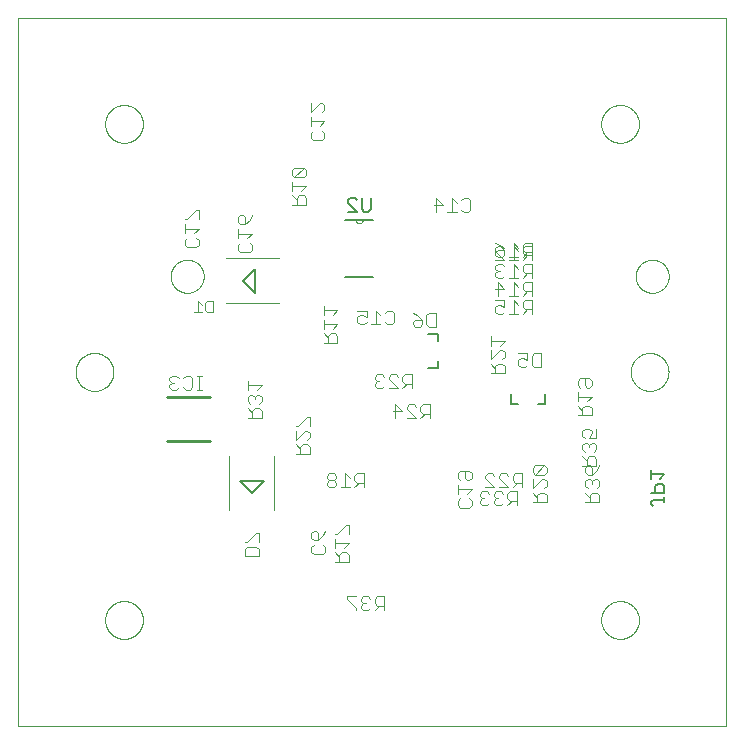
<source format=gbo>
G75*
%MOIN*%
%OFA0B0*%
%FSLAX25Y25*%
%IPPOS*%
%LPD*%
%AMOC8*
5,1,8,0,0,1.08239X$1,22.5*
%
%ADD10C,0.00000*%
%ADD11C,0.00400*%
%ADD12C,0.00800*%
%ADD13C,0.00300*%
%ADD14C,0.00600*%
%ADD15C,0.00500*%
%ADD16C,0.01000*%
D10*
X0001000Y0001000D02*
X0001000Y0237220D01*
X0237220Y0237220D01*
X0237220Y0001000D01*
X0001000Y0001000D01*
X0030134Y0036433D02*
X0030136Y0036591D01*
X0030142Y0036749D01*
X0030152Y0036907D01*
X0030166Y0037065D01*
X0030184Y0037222D01*
X0030205Y0037379D01*
X0030231Y0037535D01*
X0030261Y0037691D01*
X0030294Y0037846D01*
X0030332Y0037999D01*
X0030373Y0038152D01*
X0030418Y0038304D01*
X0030467Y0038455D01*
X0030520Y0038604D01*
X0030576Y0038752D01*
X0030636Y0038898D01*
X0030700Y0039043D01*
X0030768Y0039186D01*
X0030839Y0039328D01*
X0030913Y0039468D01*
X0030991Y0039605D01*
X0031073Y0039741D01*
X0031157Y0039875D01*
X0031246Y0040006D01*
X0031337Y0040135D01*
X0031432Y0040262D01*
X0031529Y0040387D01*
X0031630Y0040509D01*
X0031734Y0040628D01*
X0031841Y0040745D01*
X0031951Y0040859D01*
X0032064Y0040970D01*
X0032179Y0041079D01*
X0032297Y0041184D01*
X0032418Y0041286D01*
X0032541Y0041386D01*
X0032667Y0041482D01*
X0032795Y0041575D01*
X0032925Y0041665D01*
X0033058Y0041751D01*
X0033193Y0041835D01*
X0033329Y0041914D01*
X0033468Y0041991D01*
X0033609Y0042063D01*
X0033751Y0042133D01*
X0033895Y0042198D01*
X0034041Y0042260D01*
X0034188Y0042318D01*
X0034337Y0042373D01*
X0034487Y0042424D01*
X0034638Y0042471D01*
X0034790Y0042514D01*
X0034943Y0042553D01*
X0035098Y0042589D01*
X0035253Y0042620D01*
X0035409Y0042648D01*
X0035565Y0042672D01*
X0035722Y0042692D01*
X0035880Y0042708D01*
X0036037Y0042720D01*
X0036196Y0042728D01*
X0036354Y0042732D01*
X0036512Y0042732D01*
X0036670Y0042728D01*
X0036829Y0042720D01*
X0036986Y0042708D01*
X0037144Y0042692D01*
X0037301Y0042672D01*
X0037457Y0042648D01*
X0037613Y0042620D01*
X0037768Y0042589D01*
X0037923Y0042553D01*
X0038076Y0042514D01*
X0038228Y0042471D01*
X0038379Y0042424D01*
X0038529Y0042373D01*
X0038678Y0042318D01*
X0038825Y0042260D01*
X0038971Y0042198D01*
X0039115Y0042133D01*
X0039257Y0042063D01*
X0039398Y0041991D01*
X0039537Y0041914D01*
X0039673Y0041835D01*
X0039808Y0041751D01*
X0039941Y0041665D01*
X0040071Y0041575D01*
X0040199Y0041482D01*
X0040325Y0041386D01*
X0040448Y0041286D01*
X0040569Y0041184D01*
X0040687Y0041079D01*
X0040802Y0040970D01*
X0040915Y0040859D01*
X0041025Y0040745D01*
X0041132Y0040628D01*
X0041236Y0040509D01*
X0041337Y0040387D01*
X0041434Y0040262D01*
X0041529Y0040135D01*
X0041620Y0040006D01*
X0041709Y0039875D01*
X0041793Y0039741D01*
X0041875Y0039605D01*
X0041953Y0039468D01*
X0042027Y0039328D01*
X0042098Y0039186D01*
X0042166Y0039043D01*
X0042230Y0038898D01*
X0042290Y0038752D01*
X0042346Y0038604D01*
X0042399Y0038455D01*
X0042448Y0038304D01*
X0042493Y0038152D01*
X0042534Y0037999D01*
X0042572Y0037846D01*
X0042605Y0037691D01*
X0042635Y0037535D01*
X0042661Y0037379D01*
X0042682Y0037222D01*
X0042700Y0037065D01*
X0042714Y0036907D01*
X0042724Y0036749D01*
X0042730Y0036591D01*
X0042732Y0036433D01*
X0042730Y0036275D01*
X0042724Y0036117D01*
X0042714Y0035959D01*
X0042700Y0035801D01*
X0042682Y0035644D01*
X0042661Y0035487D01*
X0042635Y0035331D01*
X0042605Y0035175D01*
X0042572Y0035020D01*
X0042534Y0034867D01*
X0042493Y0034714D01*
X0042448Y0034562D01*
X0042399Y0034411D01*
X0042346Y0034262D01*
X0042290Y0034114D01*
X0042230Y0033968D01*
X0042166Y0033823D01*
X0042098Y0033680D01*
X0042027Y0033538D01*
X0041953Y0033398D01*
X0041875Y0033261D01*
X0041793Y0033125D01*
X0041709Y0032991D01*
X0041620Y0032860D01*
X0041529Y0032731D01*
X0041434Y0032604D01*
X0041337Y0032479D01*
X0041236Y0032357D01*
X0041132Y0032238D01*
X0041025Y0032121D01*
X0040915Y0032007D01*
X0040802Y0031896D01*
X0040687Y0031787D01*
X0040569Y0031682D01*
X0040448Y0031580D01*
X0040325Y0031480D01*
X0040199Y0031384D01*
X0040071Y0031291D01*
X0039941Y0031201D01*
X0039808Y0031115D01*
X0039673Y0031031D01*
X0039537Y0030952D01*
X0039398Y0030875D01*
X0039257Y0030803D01*
X0039115Y0030733D01*
X0038971Y0030668D01*
X0038825Y0030606D01*
X0038678Y0030548D01*
X0038529Y0030493D01*
X0038379Y0030442D01*
X0038228Y0030395D01*
X0038076Y0030352D01*
X0037923Y0030313D01*
X0037768Y0030277D01*
X0037613Y0030246D01*
X0037457Y0030218D01*
X0037301Y0030194D01*
X0037144Y0030174D01*
X0036986Y0030158D01*
X0036829Y0030146D01*
X0036670Y0030138D01*
X0036512Y0030134D01*
X0036354Y0030134D01*
X0036196Y0030138D01*
X0036037Y0030146D01*
X0035880Y0030158D01*
X0035722Y0030174D01*
X0035565Y0030194D01*
X0035409Y0030218D01*
X0035253Y0030246D01*
X0035098Y0030277D01*
X0034943Y0030313D01*
X0034790Y0030352D01*
X0034638Y0030395D01*
X0034487Y0030442D01*
X0034337Y0030493D01*
X0034188Y0030548D01*
X0034041Y0030606D01*
X0033895Y0030668D01*
X0033751Y0030733D01*
X0033609Y0030803D01*
X0033468Y0030875D01*
X0033329Y0030952D01*
X0033193Y0031031D01*
X0033058Y0031115D01*
X0032925Y0031201D01*
X0032795Y0031291D01*
X0032667Y0031384D01*
X0032541Y0031480D01*
X0032418Y0031580D01*
X0032297Y0031682D01*
X0032179Y0031787D01*
X0032064Y0031896D01*
X0031951Y0032007D01*
X0031841Y0032121D01*
X0031734Y0032238D01*
X0031630Y0032357D01*
X0031529Y0032479D01*
X0031432Y0032604D01*
X0031337Y0032731D01*
X0031246Y0032860D01*
X0031157Y0032991D01*
X0031073Y0033125D01*
X0030991Y0033261D01*
X0030913Y0033398D01*
X0030839Y0033538D01*
X0030768Y0033680D01*
X0030700Y0033823D01*
X0030636Y0033968D01*
X0030576Y0034114D01*
X0030520Y0034262D01*
X0030467Y0034411D01*
X0030418Y0034562D01*
X0030373Y0034714D01*
X0030332Y0034867D01*
X0030294Y0035020D01*
X0030261Y0035175D01*
X0030231Y0035331D01*
X0030205Y0035487D01*
X0030184Y0035644D01*
X0030166Y0035801D01*
X0030152Y0035959D01*
X0030142Y0036117D01*
X0030136Y0036275D01*
X0030134Y0036433D01*
X0020292Y0119110D02*
X0020294Y0119268D01*
X0020300Y0119426D01*
X0020310Y0119584D01*
X0020324Y0119742D01*
X0020342Y0119899D01*
X0020363Y0120056D01*
X0020389Y0120212D01*
X0020419Y0120368D01*
X0020452Y0120523D01*
X0020490Y0120676D01*
X0020531Y0120829D01*
X0020576Y0120981D01*
X0020625Y0121132D01*
X0020678Y0121281D01*
X0020734Y0121429D01*
X0020794Y0121575D01*
X0020858Y0121720D01*
X0020926Y0121863D01*
X0020997Y0122005D01*
X0021071Y0122145D01*
X0021149Y0122282D01*
X0021231Y0122418D01*
X0021315Y0122552D01*
X0021404Y0122683D01*
X0021495Y0122812D01*
X0021590Y0122939D01*
X0021687Y0123064D01*
X0021788Y0123186D01*
X0021892Y0123305D01*
X0021999Y0123422D01*
X0022109Y0123536D01*
X0022222Y0123647D01*
X0022337Y0123756D01*
X0022455Y0123861D01*
X0022576Y0123963D01*
X0022699Y0124063D01*
X0022825Y0124159D01*
X0022953Y0124252D01*
X0023083Y0124342D01*
X0023216Y0124428D01*
X0023351Y0124512D01*
X0023487Y0124591D01*
X0023626Y0124668D01*
X0023767Y0124740D01*
X0023909Y0124810D01*
X0024053Y0124875D01*
X0024199Y0124937D01*
X0024346Y0124995D01*
X0024495Y0125050D01*
X0024645Y0125101D01*
X0024796Y0125148D01*
X0024948Y0125191D01*
X0025101Y0125230D01*
X0025256Y0125266D01*
X0025411Y0125297D01*
X0025567Y0125325D01*
X0025723Y0125349D01*
X0025880Y0125369D01*
X0026038Y0125385D01*
X0026195Y0125397D01*
X0026354Y0125405D01*
X0026512Y0125409D01*
X0026670Y0125409D01*
X0026828Y0125405D01*
X0026987Y0125397D01*
X0027144Y0125385D01*
X0027302Y0125369D01*
X0027459Y0125349D01*
X0027615Y0125325D01*
X0027771Y0125297D01*
X0027926Y0125266D01*
X0028081Y0125230D01*
X0028234Y0125191D01*
X0028386Y0125148D01*
X0028537Y0125101D01*
X0028687Y0125050D01*
X0028836Y0124995D01*
X0028983Y0124937D01*
X0029129Y0124875D01*
X0029273Y0124810D01*
X0029415Y0124740D01*
X0029556Y0124668D01*
X0029695Y0124591D01*
X0029831Y0124512D01*
X0029966Y0124428D01*
X0030099Y0124342D01*
X0030229Y0124252D01*
X0030357Y0124159D01*
X0030483Y0124063D01*
X0030606Y0123963D01*
X0030727Y0123861D01*
X0030845Y0123756D01*
X0030960Y0123647D01*
X0031073Y0123536D01*
X0031183Y0123422D01*
X0031290Y0123305D01*
X0031394Y0123186D01*
X0031495Y0123064D01*
X0031592Y0122939D01*
X0031687Y0122812D01*
X0031778Y0122683D01*
X0031867Y0122552D01*
X0031951Y0122418D01*
X0032033Y0122282D01*
X0032111Y0122145D01*
X0032185Y0122005D01*
X0032256Y0121863D01*
X0032324Y0121720D01*
X0032388Y0121575D01*
X0032448Y0121429D01*
X0032504Y0121281D01*
X0032557Y0121132D01*
X0032606Y0120981D01*
X0032651Y0120829D01*
X0032692Y0120676D01*
X0032730Y0120523D01*
X0032763Y0120368D01*
X0032793Y0120212D01*
X0032819Y0120056D01*
X0032840Y0119899D01*
X0032858Y0119742D01*
X0032872Y0119584D01*
X0032882Y0119426D01*
X0032888Y0119268D01*
X0032890Y0119110D01*
X0032888Y0118952D01*
X0032882Y0118794D01*
X0032872Y0118636D01*
X0032858Y0118478D01*
X0032840Y0118321D01*
X0032819Y0118164D01*
X0032793Y0118008D01*
X0032763Y0117852D01*
X0032730Y0117697D01*
X0032692Y0117544D01*
X0032651Y0117391D01*
X0032606Y0117239D01*
X0032557Y0117088D01*
X0032504Y0116939D01*
X0032448Y0116791D01*
X0032388Y0116645D01*
X0032324Y0116500D01*
X0032256Y0116357D01*
X0032185Y0116215D01*
X0032111Y0116075D01*
X0032033Y0115938D01*
X0031951Y0115802D01*
X0031867Y0115668D01*
X0031778Y0115537D01*
X0031687Y0115408D01*
X0031592Y0115281D01*
X0031495Y0115156D01*
X0031394Y0115034D01*
X0031290Y0114915D01*
X0031183Y0114798D01*
X0031073Y0114684D01*
X0030960Y0114573D01*
X0030845Y0114464D01*
X0030727Y0114359D01*
X0030606Y0114257D01*
X0030483Y0114157D01*
X0030357Y0114061D01*
X0030229Y0113968D01*
X0030099Y0113878D01*
X0029966Y0113792D01*
X0029831Y0113708D01*
X0029695Y0113629D01*
X0029556Y0113552D01*
X0029415Y0113480D01*
X0029273Y0113410D01*
X0029129Y0113345D01*
X0028983Y0113283D01*
X0028836Y0113225D01*
X0028687Y0113170D01*
X0028537Y0113119D01*
X0028386Y0113072D01*
X0028234Y0113029D01*
X0028081Y0112990D01*
X0027926Y0112954D01*
X0027771Y0112923D01*
X0027615Y0112895D01*
X0027459Y0112871D01*
X0027302Y0112851D01*
X0027144Y0112835D01*
X0026987Y0112823D01*
X0026828Y0112815D01*
X0026670Y0112811D01*
X0026512Y0112811D01*
X0026354Y0112815D01*
X0026195Y0112823D01*
X0026038Y0112835D01*
X0025880Y0112851D01*
X0025723Y0112871D01*
X0025567Y0112895D01*
X0025411Y0112923D01*
X0025256Y0112954D01*
X0025101Y0112990D01*
X0024948Y0113029D01*
X0024796Y0113072D01*
X0024645Y0113119D01*
X0024495Y0113170D01*
X0024346Y0113225D01*
X0024199Y0113283D01*
X0024053Y0113345D01*
X0023909Y0113410D01*
X0023767Y0113480D01*
X0023626Y0113552D01*
X0023487Y0113629D01*
X0023351Y0113708D01*
X0023216Y0113792D01*
X0023083Y0113878D01*
X0022953Y0113968D01*
X0022825Y0114061D01*
X0022699Y0114157D01*
X0022576Y0114257D01*
X0022455Y0114359D01*
X0022337Y0114464D01*
X0022222Y0114573D01*
X0022109Y0114684D01*
X0021999Y0114798D01*
X0021892Y0114915D01*
X0021788Y0115034D01*
X0021687Y0115156D01*
X0021590Y0115281D01*
X0021495Y0115408D01*
X0021404Y0115537D01*
X0021315Y0115668D01*
X0021231Y0115802D01*
X0021149Y0115938D01*
X0021071Y0116075D01*
X0020997Y0116215D01*
X0020926Y0116357D01*
X0020858Y0116500D01*
X0020794Y0116645D01*
X0020734Y0116791D01*
X0020678Y0116939D01*
X0020625Y0117088D01*
X0020576Y0117239D01*
X0020531Y0117391D01*
X0020490Y0117544D01*
X0020452Y0117697D01*
X0020419Y0117852D01*
X0020389Y0118008D01*
X0020363Y0118164D01*
X0020342Y0118321D01*
X0020324Y0118478D01*
X0020310Y0118636D01*
X0020300Y0118794D01*
X0020294Y0118952D01*
X0020292Y0119110D01*
X0051988Y0151000D02*
X0051990Y0151148D01*
X0051996Y0151296D01*
X0052006Y0151444D01*
X0052020Y0151591D01*
X0052038Y0151738D01*
X0052059Y0151884D01*
X0052085Y0152030D01*
X0052115Y0152175D01*
X0052148Y0152319D01*
X0052186Y0152462D01*
X0052227Y0152604D01*
X0052272Y0152745D01*
X0052320Y0152885D01*
X0052373Y0153024D01*
X0052429Y0153161D01*
X0052489Y0153296D01*
X0052552Y0153430D01*
X0052619Y0153562D01*
X0052690Y0153692D01*
X0052764Y0153820D01*
X0052841Y0153946D01*
X0052922Y0154070D01*
X0053006Y0154192D01*
X0053093Y0154311D01*
X0053184Y0154428D01*
X0053278Y0154543D01*
X0053374Y0154655D01*
X0053474Y0154765D01*
X0053576Y0154871D01*
X0053682Y0154975D01*
X0053790Y0155076D01*
X0053901Y0155174D01*
X0054014Y0155270D01*
X0054130Y0155362D01*
X0054248Y0155451D01*
X0054369Y0155536D01*
X0054492Y0155619D01*
X0054617Y0155698D01*
X0054744Y0155774D01*
X0054873Y0155846D01*
X0055004Y0155915D01*
X0055137Y0155980D01*
X0055272Y0156041D01*
X0055408Y0156099D01*
X0055545Y0156154D01*
X0055684Y0156204D01*
X0055825Y0156251D01*
X0055966Y0156294D01*
X0056109Y0156334D01*
X0056253Y0156369D01*
X0056397Y0156401D01*
X0056543Y0156428D01*
X0056689Y0156452D01*
X0056836Y0156472D01*
X0056983Y0156488D01*
X0057130Y0156500D01*
X0057278Y0156508D01*
X0057426Y0156512D01*
X0057574Y0156512D01*
X0057722Y0156508D01*
X0057870Y0156500D01*
X0058017Y0156488D01*
X0058164Y0156472D01*
X0058311Y0156452D01*
X0058457Y0156428D01*
X0058603Y0156401D01*
X0058747Y0156369D01*
X0058891Y0156334D01*
X0059034Y0156294D01*
X0059175Y0156251D01*
X0059316Y0156204D01*
X0059455Y0156154D01*
X0059592Y0156099D01*
X0059728Y0156041D01*
X0059863Y0155980D01*
X0059996Y0155915D01*
X0060127Y0155846D01*
X0060256Y0155774D01*
X0060383Y0155698D01*
X0060508Y0155619D01*
X0060631Y0155536D01*
X0060752Y0155451D01*
X0060870Y0155362D01*
X0060986Y0155270D01*
X0061099Y0155174D01*
X0061210Y0155076D01*
X0061318Y0154975D01*
X0061424Y0154871D01*
X0061526Y0154765D01*
X0061626Y0154655D01*
X0061722Y0154543D01*
X0061816Y0154428D01*
X0061907Y0154311D01*
X0061994Y0154192D01*
X0062078Y0154070D01*
X0062159Y0153946D01*
X0062236Y0153820D01*
X0062310Y0153692D01*
X0062381Y0153562D01*
X0062448Y0153430D01*
X0062511Y0153296D01*
X0062571Y0153161D01*
X0062627Y0153024D01*
X0062680Y0152885D01*
X0062728Y0152745D01*
X0062773Y0152604D01*
X0062814Y0152462D01*
X0062852Y0152319D01*
X0062885Y0152175D01*
X0062915Y0152030D01*
X0062941Y0151884D01*
X0062962Y0151738D01*
X0062980Y0151591D01*
X0062994Y0151444D01*
X0063004Y0151296D01*
X0063010Y0151148D01*
X0063012Y0151000D01*
X0063010Y0150852D01*
X0063004Y0150704D01*
X0062994Y0150556D01*
X0062980Y0150409D01*
X0062962Y0150262D01*
X0062941Y0150116D01*
X0062915Y0149970D01*
X0062885Y0149825D01*
X0062852Y0149681D01*
X0062814Y0149538D01*
X0062773Y0149396D01*
X0062728Y0149255D01*
X0062680Y0149115D01*
X0062627Y0148976D01*
X0062571Y0148839D01*
X0062511Y0148704D01*
X0062448Y0148570D01*
X0062381Y0148438D01*
X0062310Y0148308D01*
X0062236Y0148180D01*
X0062159Y0148054D01*
X0062078Y0147930D01*
X0061994Y0147808D01*
X0061907Y0147689D01*
X0061816Y0147572D01*
X0061722Y0147457D01*
X0061626Y0147345D01*
X0061526Y0147235D01*
X0061424Y0147129D01*
X0061318Y0147025D01*
X0061210Y0146924D01*
X0061099Y0146826D01*
X0060986Y0146730D01*
X0060870Y0146638D01*
X0060752Y0146549D01*
X0060631Y0146464D01*
X0060508Y0146381D01*
X0060383Y0146302D01*
X0060256Y0146226D01*
X0060127Y0146154D01*
X0059996Y0146085D01*
X0059863Y0146020D01*
X0059728Y0145959D01*
X0059592Y0145901D01*
X0059455Y0145846D01*
X0059316Y0145796D01*
X0059175Y0145749D01*
X0059034Y0145706D01*
X0058891Y0145666D01*
X0058747Y0145631D01*
X0058603Y0145599D01*
X0058457Y0145572D01*
X0058311Y0145548D01*
X0058164Y0145528D01*
X0058017Y0145512D01*
X0057870Y0145500D01*
X0057722Y0145492D01*
X0057574Y0145488D01*
X0057426Y0145488D01*
X0057278Y0145492D01*
X0057130Y0145500D01*
X0056983Y0145512D01*
X0056836Y0145528D01*
X0056689Y0145548D01*
X0056543Y0145572D01*
X0056397Y0145599D01*
X0056253Y0145631D01*
X0056109Y0145666D01*
X0055966Y0145706D01*
X0055825Y0145749D01*
X0055684Y0145796D01*
X0055545Y0145846D01*
X0055408Y0145901D01*
X0055272Y0145959D01*
X0055137Y0146020D01*
X0055004Y0146085D01*
X0054873Y0146154D01*
X0054744Y0146226D01*
X0054617Y0146302D01*
X0054492Y0146381D01*
X0054369Y0146464D01*
X0054248Y0146549D01*
X0054130Y0146638D01*
X0054014Y0146730D01*
X0053901Y0146826D01*
X0053790Y0146924D01*
X0053682Y0147025D01*
X0053576Y0147129D01*
X0053474Y0147235D01*
X0053374Y0147345D01*
X0053278Y0147457D01*
X0053184Y0147572D01*
X0053093Y0147689D01*
X0053006Y0147808D01*
X0052922Y0147930D01*
X0052841Y0148054D01*
X0052764Y0148180D01*
X0052690Y0148308D01*
X0052619Y0148438D01*
X0052552Y0148570D01*
X0052489Y0148704D01*
X0052429Y0148839D01*
X0052373Y0148976D01*
X0052320Y0149115D01*
X0052272Y0149255D01*
X0052227Y0149396D01*
X0052186Y0149538D01*
X0052148Y0149681D01*
X0052115Y0149825D01*
X0052085Y0149970D01*
X0052059Y0150116D01*
X0052038Y0150262D01*
X0052020Y0150409D01*
X0052006Y0150556D01*
X0051996Y0150704D01*
X0051990Y0150852D01*
X0051988Y0151000D01*
X0030134Y0201787D02*
X0030136Y0201945D01*
X0030142Y0202103D01*
X0030152Y0202261D01*
X0030166Y0202419D01*
X0030184Y0202576D01*
X0030205Y0202733D01*
X0030231Y0202889D01*
X0030261Y0203045D01*
X0030294Y0203200D01*
X0030332Y0203353D01*
X0030373Y0203506D01*
X0030418Y0203658D01*
X0030467Y0203809D01*
X0030520Y0203958D01*
X0030576Y0204106D01*
X0030636Y0204252D01*
X0030700Y0204397D01*
X0030768Y0204540D01*
X0030839Y0204682D01*
X0030913Y0204822D01*
X0030991Y0204959D01*
X0031073Y0205095D01*
X0031157Y0205229D01*
X0031246Y0205360D01*
X0031337Y0205489D01*
X0031432Y0205616D01*
X0031529Y0205741D01*
X0031630Y0205863D01*
X0031734Y0205982D01*
X0031841Y0206099D01*
X0031951Y0206213D01*
X0032064Y0206324D01*
X0032179Y0206433D01*
X0032297Y0206538D01*
X0032418Y0206640D01*
X0032541Y0206740D01*
X0032667Y0206836D01*
X0032795Y0206929D01*
X0032925Y0207019D01*
X0033058Y0207105D01*
X0033193Y0207189D01*
X0033329Y0207268D01*
X0033468Y0207345D01*
X0033609Y0207417D01*
X0033751Y0207487D01*
X0033895Y0207552D01*
X0034041Y0207614D01*
X0034188Y0207672D01*
X0034337Y0207727D01*
X0034487Y0207778D01*
X0034638Y0207825D01*
X0034790Y0207868D01*
X0034943Y0207907D01*
X0035098Y0207943D01*
X0035253Y0207974D01*
X0035409Y0208002D01*
X0035565Y0208026D01*
X0035722Y0208046D01*
X0035880Y0208062D01*
X0036037Y0208074D01*
X0036196Y0208082D01*
X0036354Y0208086D01*
X0036512Y0208086D01*
X0036670Y0208082D01*
X0036829Y0208074D01*
X0036986Y0208062D01*
X0037144Y0208046D01*
X0037301Y0208026D01*
X0037457Y0208002D01*
X0037613Y0207974D01*
X0037768Y0207943D01*
X0037923Y0207907D01*
X0038076Y0207868D01*
X0038228Y0207825D01*
X0038379Y0207778D01*
X0038529Y0207727D01*
X0038678Y0207672D01*
X0038825Y0207614D01*
X0038971Y0207552D01*
X0039115Y0207487D01*
X0039257Y0207417D01*
X0039398Y0207345D01*
X0039537Y0207268D01*
X0039673Y0207189D01*
X0039808Y0207105D01*
X0039941Y0207019D01*
X0040071Y0206929D01*
X0040199Y0206836D01*
X0040325Y0206740D01*
X0040448Y0206640D01*
X0040569Y0206538D01*
X0040687Y0206433D01*
X0040802Y0206324D01*
X0040915Y0206213D01*
X0041025Y0206099D01*
X0041132Y0205982D01*
X0041236Y0205863D01*
X0041337Y0205741D01*
X0041434Y0205616D01*
X0041529Y0205489D01*
X0041620Y0205360D01*
X0041709Y0205229D01*
X0041793Y0205095D01*
X0041875Y0204959D01*
X0041953Y0204822D01*
X0042027Y0204682D01*
X0042098Y0204540D01*
X0042166Y0204397D01*
X0042230Y0204252D01*
X0042290Y0204106D01*
X0042346Y0203958D01*
X0042399Y0203809D01*
X0042448Y0203658D01*
X0042493Y0203506D01*
X0042534Y0203353D01*
X0042572Y0203200D01*
X0042605Y0203045D01*
X0042635Y0202889D01*
X0042661Y0202733D01*
X0042682Y0202576D01*
X0042700Y0202419D01*
X0042714Y0202261D01*
X0042724Y0202103D01*
X0042730Y0201945D01*
X0042732Y0201787D01*
X0042730Y0201629D01*
X0042724Y0201471D01*
X0042714Y0201313D01*
X0042700Y0201155D01*
X0042682Y0200998D01*
X0042661Y0200841D01*
X0042635Y0200685D01*
X0042605Y0200529D01*
X0042572Y0200374D01*
X0042534Y0200221D01*
X0042493Y0200068D01*
X0042448Y0199916D01*
X0042399Y0199765D01*
X0042346Y0199616D01*
X0042290Y0199468D01*
X0042230Y0199322D01*
X0042166Y0199177D01*
X0042098Y0199034D01*
X0042027Y0198892D01*
X0041953Y0198752D01*
X0041875Y0198615D01*
X0041793Y0198479D01*
X0041709Y0198345D01*
X0041620Y0198214D01*
X0041529Y0198085D01*
X0041434Y0197958D01*
X0041337Y0197833D01*
X0041236Y0197711D01*
X0041132Y0197592D01*
X0041025Y0197475D01*
X0040915Y0197361D01*
X0040802Y0197250D01*
X0040687Y0197141D01*
X0040569Y0197036D01*
X0040448Y0196934D01*
X0040325Y0196834D01*
X0040199Y0196738D01*
X0040071Y0196645D01*
X0039941Y0196555D01*
X0039808Y0196469D01*
X0039673Y0196385D01*
X0039537Y0196306D01*
X0039398Y0196229D01*
X0039257Y0196157D01*
X0039115Y0196087D01*
X0038971Y0196022D01*
X0038825Y0195960D01*
X0038678Y0195902D01*
X0038529Y0195847D01*
X0038379Y0195796D01*
X0038228Y0195749D01*
X0038076Y0195706D01*
X0037923Y0195667D01*
X0037768Y0195631D01*
X0037613Y0195600D01*
X0037457Y0195572D01*
X0037301Y0195548D01*
X0037144Y0195528D01*
X0036986Y0195512D01*
X0036829Y0195500D01*
X0036670Y0195492D01*
X0036512Y0195488D01*
X0036354Y0195488D01*
X0036196Y0195492D01*
X0036037Y0195500D01*
X0035880Y0195512D01*
X0035722Y0195528D01*
X0035565Y0195548D01*
X0035409Y0195572D01*
X0035253Y0195600D01*
X0035098Y0195631D01*
X0034943Y0195667D01*
X0034790Y0195706D01*
X0034638Y0195749D01*
X0034487Y0195796D01*
X0034337Y0195847D01*
X0034188Y0195902D01*
X0034041Y0195960D01*
X0033895Y0196022D01*
X0033751Y0196087D01*
X0033609Y0196157D01*
X0033468Y0196229D01*
X0033329Y0196306D01*
X0033193Y0196385D01*
X0033058Y0196469D01*
X0032925Y0196555D01*
X0032795Y0196645D01*
X0032667Y0196738D01*
X0032541Y0196834D01*
X0032418Y0196934D01*
X0032297Y0197036D01*
X0032179Y0197141D01*
X0032064Y0197250D01*
X0031951Y0197361D01*
X0031841Y0197475D01*
X0031734Y0197592D01*
X0031630Y0197711D01*
X0031529Y0197833D01*
X0031432Y0197958D01*
X0031337Y0198085D01*
X0031246Y0198214D01*
X0031157Y0198345D01*
X0031073Y0198479D01*
X0030991Y0198615D01*
X0030913Y0198752D01*
X0030839Y0198892D01*
X0030768Y0199034D01*
X0030700Y0199177D01*
X0030636Y0199322D01*
X0030576Y0199468D01*
X0030520Y0199616D01*
X0030467Y0199765D01*
X0030418Y0199916D01*
X0030373Y0200068D01*
X0030332Y0200221D01*
X0030294Y0200374D01*
X0030261Y0200529D01*
X0030231Y0200685D01*
X0030205Y0200841D01*
X0030184Y0200998D01*
X0030166Y0201155D01*
X0030152Y0201313D01*
X0030142Y0201471D01*
X0030136Y0201629D01*
X0030134Y0201787D01*
X0113580Y0169813D02*
X0113582Y0169744D01*
X0113588Y0169676D01*
X0113598Y0169608D01*
X0113611Y0169541D01*
X0113629Y0169475D01*
X0113650Y0169410D01*
X0113675Y0169346D01*
X0113703Y0169284D01*
X0113735Y0169223D01*
X0113770Y0169164D01*
X0113809Y0169108D01*
X0113851Y0169053D01*
X0113896Y0169002D01*
X0113944Y0168952D01*
X0113994Y0168906D01*
X0114047Y0168863D01*
X0114103Y0168822D01*
X0114160Y0168785D01*
X0114220Y0168752D01*
X0114282Y0168721D01*
X0114345Y0168695D01*
X0114409Y0168672D01*
X0114475Y0168652D01*
X0114542Y0168637D01*
X0114609Y0168625D01*
X0114677Y0168617D01*
X0114746Y0168613D01*
X0114814Y0168613D01*
X0114883Y0168617D01*
X0114951Y0168625D01*
X0115018Y0168637D01*
X0115085Y0168652D01*
X0115151Y0168672D01*
X0115215Y0168695D01*
X0115278Y0168721D01*
X0115340Y0168752D01*
X0115400Y0168785D01*
X0115457Y0168822D01*
X0115513Y0168863D01*
X0115566Y0168906D01*
X0115616Y0168952D01*
X0115664Y0169002D01*
X0115709Y0169053D01*
X0115751Y0169108D01*
X0115790Y0169164D01*
X0115825Y0169223D01*
X0115857Y0169284D01*
X0115885Y0169346D01*
X0115910Y0169410D01*
X0115931Y0169475D01*
X0115949Y0169541D01*
X0115962Y0169608D01*
X0115972Y0169676D01*
X0115978Y0169744D01*
X0115980Y0169813D01*
X0195488Y0201787D02*
X0195490Y0201945D01*
X0195496Y0202103D01*
X0195506Y0202261D01*
X0195520Y0202419D01*
X0195538Y0202576D01*
X0195559Y0202733D01*
X0195585Y0202889D01*
X0195615Y0203045D01*
X0195648Y0203200D01*
X0195686Y0203353D01*
X0195727Y0203506D01*
X0195772Y0203658D01*
X0195821Y0203809D01*
X0195874Y0203958D01*
X0195930Y0204106D01*
X0195990Y0204252D01*
X0196054Y0204397D01*
X0196122Y0204540D01*
X0196193Y0204682D01*
X0196267Y0204822D01*
X0196345Y0204959D01*
X0196427Y0205095D01*
X0196511Y0205229D01*
X0196600Y0205360D01*
X0196691Y0205489D01*
X0196786Y0205616D01*
X0196883Y0205741D01*
X0196984Y0205863D01*
X0197088Y0205982D01*
X0197195Y0206099D01*
X0197305Y0206213D01*
X0197418Y0206324D01*
X0197533Y0206433D01*
X0197651Y0206538D01*
X0197772Y0206640D01*
X0197895Y0206740D01*
X0198021Y0206836D01*
X0198149Y0206929D01*
X0198279Y0207019D01*
X0198412Y0207105D01*
X0198547Y0207189D01*
X0198683Y0207268D01*
X0198822Y0207345D01*
X0198963Y0207417D01*
X0199105Y0207487D01*
X0199249Y0207552D01*
X0199395Y0207614D01*
X0199542Y0207672D01*
X0199691Y0207727D01*
X0199841Y0207778D01*
X0199992Y0207825D01*
X0200144Y0207868D01*
X0200297Y0207907D01*
X0200452Y0207943D01*
X0200607Y0207974D01*
X0200763Y0208002D01*
X0200919Y0208026D01*
X0201076Y0208046D01*
X0201234Y0208062D01*
X0201391Y0208074D01*
X0201550Y0208082D01*
X0201708Y0208086D01*
X0201866Y0208086D01*
X0202024Y0208082D01*
X0202183Y0208074D01*
X0202340Y0208062D01*
X0202498Y0208046D01*
X0202655Y0208026D01*
X0202811Y0208002D01*
X0202967Y0207974D01*
X0203122Y0207943D01*
X0203277Y0207907D01*
X0203430Y0207868D01*
X0203582Y0207825D01*
X0203733Y0207778D01*
X0203883Y0207727D01*
X0204032Y0207672D01*
X0204179Y0207614D01*
X0204325Y0207552D01*
X0204469Y0207487D01*
X0204611Y0207417D01*
X0204752Y0207345D01*
X0204891Y0207268D01*
X0205027Y0207189D01*
X0205162Y0207105D01*
X0205295Y0207019D01*
X0205425Y0206929D01*
X0205553Y0206836D01*
X0205679Y0206740D01*
X0205802Y0206640D01*
X0205923Y0206538D01*
X0206041Y0206433D01*
X0206156Y0206324D01*
X0206269Y0206213D01*
X0206379Y0206099D01*
X0206486Y0205982D01*
X0206590Y0205863D01*
X0206691Y0205741D01*
X0206788Y0205616D01*
X0206883Y0205489D01*
X0206974Y0205360D01*
X0207063Y0205229D01*
X0207147Y0205095D01*
X0207229Y0204959D01*
X0207307Y0204822D01*
X0207381Y0204682D01*
X0207452Y0204540D01*
X0207520Y0204397D01*
X0207584Y0204252D01*
X0207644Y0204106D01*
X0207700Y0203958D01*
X0207753Y0203809D01*
X0207802Y0203658D01*
X0207847Y0203506D01*
X0207888Y0203353D01*
X0207926Y0203200D01*
X0207959Y0203045D01*
X0207989Y0202889D01*
X0208015Y0202733D01*
X0208036Y0202576D01*
X0208054Y0202419D01*
X0208068Y0202261D01*
X0208078Y0202103D01*
X0208084Y0201945D01*
X0208086Y0201787D01*
X0208084Y0201629D01*
X0208078Y0201471D01*
X0208068Y0201313D01*
X0208054Y0201155D01*
X0208036Y0200998D01*
X0208015Y0200841D01*
X0207989Y0200685D01*
X0207959Y0200529D01*
X0207926Y0200374D01*
X0207888Y0200221D01*
X0207847Y0200068D01*
X0207802Y0199916D01*
X0207753Y0199765D01*
X0207700Y0199616D01*
X0207644Y0199468D01*
X0207584Y0199322D01*
X0207520Y0199177D01*
X0207452Y0199034D01*
X0207381Y0198892D01*
X0207307Y0198752D01*
X0207229Y0198615D01*
X0207147Y0198479D01*
X0207063Y0198345D01*
X0206974Y0198214D01*
X0206883Y0198085D01*
X0206788Y0197958D01*
X0206691Y0197833D01*
X0206590Y0197711D01*
X0206486Y0197592D01*
X0206379Y0197475D01*
X0206269Y0197361D01*
X0206156Y0197250D01*
X0206041Y0197141D01*
X0205923Y0197036D01*
X0205802Y0196934D01*
X0205679Y0196834D01*
X0205553Y0196738D01*
X0205425Y0196645D01*
X0205295Y0196555D01*
X0205162Y0196469D01*
X0205027Y0196385D01*
X0204891Y0196306D01*
X0204752Y0196229D01*
X0204611Y0196157D01*
X0204469Y0196087D01*
X0204325Y0196022D01*
X0204179Y0195960D01*
X0204032Y0195902D01*
X0203883Y0195847D01*
X0203733Y0195796D01*
X0203582Y0195749D01*
X0203430Y0195706D01*
X0203277Y0195667D01*
X0203122Y0195631D01*
X0202967Y0195600D01*
X0202811Y0195572D01*
X0202655Y0195548D01*
X0202498Y0195528D01*
X0202340Y0195512D01*
X0202183Y0195500D01*
X0202024Y0195492D01*
X0201866Y0195488D01*
X0201708Y0195488D01*
X0201550Y0195492D01*
X0201391Y0195500D01*
X0201234Y0195512D01*
X0201076Y0195528D01*
X0200919Y0195548D01*
X0200763Y0195572D01*
X0200607Y0195600D01*
X0200452Y0195631D01*
X0200297Y0195667D01*
X0200144Y0195706D01*
X0199992Y0195749D01*
X0199841Y0195796D01*
X0199691Y0195847D01*
X0199542Y0195902D01*
X0199395Y0195960D01*
X0199249Y0196022D01*
X0199105Y0196087D01*
X0198963Y0196157D01*
X0198822Y0196229D01*
X0198683Y0196306D01*
X0198547Y0196385D01*
X0198412Y0196469D01*
X0198279Y0196555D01*
X0198149Y0196645D01*
X0198021Y0196738D01*
X0197895Y0196834D01*
X0197772Y0196934D01*
X0197651Y0197036D01*
X0197533Y0197141D01*
X0197418Y0197250D01*
X0197305Y0197361D01*
X0197195Y0197475D01*
X0197088Y0197592D01*
X0196984Y0197711D01*
X0196883Y0197833D01*
X0196786Y0197958D01*
X0196691Y0198085D01*
X0196600Y0198214D01*
X0196511Y0198345D01*
X0196427Y0198479D01*
X0196345Y0198615D01*
X0196267Y0198752D01*
X0196193Y0198892D01*
X0196122Y0199034D01*
X0196054Y0199177D01*
X0195990Y0199322D01*
X0195930Y0199468D01*
X0195874Y0199616D01*
X0195821Y0199765D01*
X0195772Y0199916D01*
X0195727Y0200068D01*
X0195686Y0200221D01*
X0195648Y0200374D01*
X0195615Y0200529D01*
X0195585Y0200685D01*
X0195559Y0200841D01*
X0195538Y0200998D01*
X0195520Y0201155D01*
X0195506Y0201313D01*
X0195496Y0201471D01*
X0195490Y0201629D01*
X0195488Y0201787D01*
X0206988Y0151000D02*
X0206990Y0151148D01*
X0206996Y0151296D01*
X0207006Y0151444D01*
X0207020Y0151591D01*
X0207038Y0151738D01*
X0207059Y0151884D01*
X0207085Y0152030D01*
X0207115Y0152175D01*
X0207148Y0152319D01*
X0207186Y0152462D01*
X0207227Y0152604D01*
X0207272Y0152745D01*
X0207320Y0152885D01*
X0207373Y0153024D01*
X0207429Y0153161D01*
X0207489Y0153296D01*
X0207552Y0153430D01*
X0207619Y0153562D01*
X0207690Y0153692D01*
X0207764Y0153820D01*
X0207841Y0153946D01*
X0207922Y0154070D01*
X0208006Y0154192D01*
X0208093Y0154311D01*
X0208184Y0154428D01*
X0208278Y0154543D01*
X0208374Y0154655D01*
X0208474Y0154765D01*
X0208576Y0154871D01*
X0208682Y0154975D01*
X0208790Y0155076D01*
X0208901Y0155174D01*
X0209014Y0155270D01*
X0209130Y0155362D01*
X0209248Y0155451D01*
X0209369Y0155536D01*
X0209492Y0155619D01*
X0209617Y0155698D01*
X0209744Y0155774D01*
X0209873Y0155846D01*
X0210004Y0155915D01*
X0210137Y0155980D01*
X0210272Y0156041D01*
X0210408Y0156099D01*
X0210545Y0156154D01*
X0210684Y0156204D01*
X0210825Y0156251D01*
X0210966Y0156294D01*
X0211109Y0156334D01*
X0211253Y0156369D01*
X0211397Y0156401D01*
X0211543Y0156428D01*
X0211689Y0156452D01*
X0211836Y0156472D01*
X0211983Y0156488D01*
X0212130Y0156500D01*
X0212278Y0156508D01*
X0212426Y0156512D01*
X0212574Y0156512D01*
X0212722Y0156508D01*
X0212870Y0156500D01*
X0213017Y0156488D01*
X0213164Y0156472D01*
X0213311Y0156452D01*
X0213457Y0156428D01*
X0213603Y0156401D01*
X0213747Y0156369D01*
X0213891Y0156334D01*
X0214034Y0156294D01*
X0214175Y0156251D01*
X0214316Y0156204D01*
X0214455Y0156154D01*
X0214592Y0156099D01*
X0214728Y0156041D01*
X0214863Y0155980D01*
X0214996Y0155915D01*
X0215127Y0155846D01*
X0215256Y0155774D01*
X0215383Y0155698D01*
X0215508Y0155619D01*
X0215631Y0155536D01*
X0215752Y0155451D01*
X0215870Y0155362D01*
X0215986Y0155270D01*
X0216099Y0155174D01*
X0216210Y0155076D01*
X0216318Y0154975D01*
X0216424Y0154871D01*
X0216526Y0154765D01*
X0216626Y0154655D01*
X0216722Y0154543D01*
X0216816Y0154428D01*
X0216907Y0154311D01*
X0216994Y0154192D01*
X0217078Y0154070D01*
X0217159Y0153946D01*
X0217236Y0153820D01*
X0217310Y0153692D01*
X0217381Y0153562D01*
X0217448Y0153430D01*
X0217511Y0153296D01*
X0217571Y0153161D01*
X0217627Y0153024D01*
X0217680Y0152885D01*
X0217728Y0152745D01*
X0217773Y0152604D01*
X0217814Y0152462D01*
X0217852Y0152319D01*
X0217885Y0152175D01*
X0217915Y0152030D01*
X0217941Y0151884D01*
X0217962Y0151738D01*
X0217980Y0151591D01*
X0217994Y0151444D01*
X0218004Y0151296D01*
X0218010Y0151148D01*
X0218012Y0151000D01*
X0218010Y0150852D01*
X0218004Y0150704D01*
X0217994Y0150556D01*
X0217980Y0150409D01*
X0217962Y0150262D01*
X0217941Y0150116D01*
X0217915Y0149970D01*
X0217885Y0149825D01*
X0217852Y0149681D01*
X0217814Y0149538D01*
X0217773Y0149396D01*
X0217728Y0149255D01*
X0217680Y0149115D01*
X0217627Y0148976D01*
X0217571Y0148839D01*
X0217511Y0148704D01*
X0217448Y0148570D01*
X0217381Y0148438D01*
X0217310Y0148308D01*
X0217236Y0148180D01*
X0217159Y0148054D01*
X0217078Y0147930D01*
X0216994Y0147808D01*
X0216907Y0147689D01*
X0216816Y0147572D01*
X0216722Y0147457D01*
X0216626Y0147345D01*
X0216526Y0147235D01*
X0216424Y0147129D01*
X0216318Y0147025D01*
X0216210Y0146924D01*
X0216099Y0146826D01*
X0215986Y0146730D01*
X0215870Y0146638D01*
X0215752Y0146549D01*
X0215631Y0146464D01*
X0215508Y0146381D01*
X0215383Y0146302D01*
X0215256Y0146226D01*
X0215127Y0146154D01*
X0214996Y0146085D01*
X0214863Y0146020D01*
X0214728Y0145959D01*
X0214592Y0145901D01*
X0214455Y0145846D01*
X0214316Y0145796D01*
X0214175Y0145749D01*
X0214034Y0145706D01*
X0213891Y0145666D01*
X0213747Y0145631D01*
X0213603Y0145599D01*
X0213457Y0145572D01*
X0213311Y0145548D01*
X0213164Y0145528D01*
X0213017Y0145512D01*
X0212870Y0145500D01*
X0212722Y0145492D01*
X0212574Y0145488D01*
X0212426Y0145488D01*
X0212278Y0145492D01*
X0212130Y0145500D01*
X0211983Y0145512D01*
X0211836Y0145528D01*
X0211689Y0145548D01*
X0211543Y0145572D01*
X0211397Y0145599D01*
X0211253Y0145631D01*
X0211109Y0145666D01*
X0210966Y0145706D01*
X0210825Y0145749D01*
X0210684Y0145796D01*
X0210545Y0145846D01*
X0210408Y0145901D01*
X0210272Y0145959D01*
X0210137Y0146020D01*
X0210004Y0146085D01*
X0209873Y0146154D01*
X0209744Y0146226D01*
X0209617Y0146302D01*
X0209492Y0146381D01*
X0209369Y0146464D01*
X0209248Y0146549D01*
X0209130Y0146638D01*
X0209014Y0146730D01*
X0208901Y0146826D01*
X0208790Y0146924D01*
X0208682Y0147025D01*
X0208576Y0147129D01*
X0208474Y0147235D01*
X0208374Y0147345D01*
X0208278Y0147457D01*
X0208184Y0147572D01*
X0208093Y0147689D01*
X0208006Y0147808D01*
X0207922Y0147930D01*
X0207841Y0148054D01*
X0207764Y0148180D01*
X0207690Y0148308D01*
X0207619Y0148438D01*
X0207552Y0148570D01*
X0207489Y0148704D01*
X0207429Y0148839D01*
X0207373Y0148976D01*
X0207320Y0149115D01*
X0207272Y0149255D01*
X0207227Y0149396D01*
X0207186Y0149538D01*
X0207148Y0149681D01*
X0207115Y0149825D01*
X0207085Y0149970D01*
X0207059Y0150116D01*
X0207038Y0150262D01*
X0207020Y0150409D01*
X0207006Y0150556D01*
X0206996Y0150704D01*
X0206990Y0150852D01*
X0206988Y0151000D01*
X0205331Y0119110D02*
X0205333Y0119268D01*
X0205339Y0119426D01*
X0205349Y0119584D01*
X0205363Y0119742D01*
X0205381Y0119899D01*
X0205402Y0120056D01*
X0205428Y0120212D01*
X0205458Y0120368D01*
X0205491Y0120523D01*
X0205529Y0120676D01*
X0205570Y0120829D01*
X0205615Y0120981D01*
X0205664Y0121132D01*
X0205717Y0121281D01*
X0205773Y0121429D01*
X0205833Y0121575D01*
X0205897Y0121720D01*
X0205965Y0121863D01*
X0206036Y0122005D01*
X0206110Y0122145D01*
X0206188Y0122282D01*
X0206270Y0122418D01*
X0206354Y0122552D01*
X0206443Y0122683D01*
X0206534Y0122812D01*
X0206629Y0122939D01*
X0206726Y0123064D01*
X0206827Y0123186D01*
X0206931Y0123305D01*
X0207038Y0123422D01*
X0207148Y0123536D01*
X0207261Y0123647D01*
X0207376Y0123756D01*
X0207494Y0123861D01*
X0207615Y0123963D01*
X0207738Y0124063D01*
X0207864Y0124159D01*
X0207992Y0124252D01*
X0208122Y0124342D01*
X0208255Y0124428D01*
X0208390Y0124512D01*
X0208526Y0124591D01*
X0208665Y0124668D01*
X0208806Y0124740D01*
X0208948Y0124810D01*
X0209092Y0124875D01*
X0209238Y0124937D01*
X0209385Y0124995D01*
X0209534Y0125050D01*
X0209684Y0125101D01*
X0209835Y0125148D01*
X0209987Y0125191D01*
X0210140Y0125230D01*
X0210295Y0125266D01*
X0210450Y0125297D01*
X0210606Y0125325D01*
X0210762Y0125349D01*
X0210919Y0125369D01*
X0211077Y0125385D01*
X0211234Y0125397D01*
X0211393Y0125405D01*
X0211551Y0125409D01*
X0211709Y0125409D01*
X0211867Y0125405D01*
X0212026Y0125397D01*
X0212183Y0125385D01*
X0212341Y0125369D01*
X0212498Y0125349D01*
X0212654Y0125325D01*
X0212810Y0125297D01*
X0212965Y0125266D01*
X0213120Y0125230D01*
X0213273Y0125191D01*
X0213425Y0125148D01*
X0213576Y0125101D01*
X0213726Y0125050D01*
X0213875Y0124995D01*
X0214022Y0124937D01*
X0214168Y0124875D01*
X0214312Y0124810D01*
X0214454Y0124740D01*
X0214595Y0124668D01*
X0214734Y0124591D01*
X0214870Y0124512D01*
X0215005Y0124428D01*
X0215138Y0124342D01*
X0215268Y0124252D01*
X0215396Y0124159D01*
X0215522Y0124063D01*
X0215645Y0123963D01*
X0215766Y0123861D01*
X0215884Y0123756D01*
X0215999Y0123647D01*
X0216112Y0123536D01*
X0216222Y0123422D01*
X0216329Y0123305D01*
X0216433Y0123186D01*
X0216534Y0123064D01*
X0216631Y0122939D01*
X0216726Y0122812D01*
X0216817Y0122683D01*
X0216906Y0122552D01*
X0216990Y0122418D01*
X0217072Y0122282D01*
X0217150Y0122145D01*
X0217224Y0122005D01*
X0217295Y0121863D01*
X0217363Y0121720D01*
X0217427Y0121575D01*
X0217487Y0121429D01*
X0217543Y0121281D01*
X0217596Y0121132D01*
X0217645Y0120981D01*
X0217690Y0120829D01*
X0217731Y0120676D01*
X0217769Y0120523D01*
X0217802Y0120368D01*
X0217832Y0120212D01*
X0217858Y0120056D01*
X0217879Y0119899D01*
X0217897Y0119742D01*
X0217911Y0119584D01*
X0217921Y0119426D01*
X0217927Y0119268D01*
X0217929Y0119110D01*
X0217927Y0118952D01*
X0217921Y0118794D01*
X0217911Y0118636D01*
X0217897Y0118478D01*
X0217879Y0118321D01*
X0217858Y0118164D01*
X0217832Y0118008D01*
X0217802Y0117852D01*
X0217769Y0117697D01*
X0217731Y0117544D01*
X0217690Y0117391D01*
X0217645Y0117239D01*
X0217596Y0117088D01*
X0217543Y0116939D01*
X0217487Y0116791D01*
X0217427Y0116645D01*
X0217363Y0116500D01*
X0217295Y0116357D01*
X0217224Y0116215D01*
X0217150Y0116075D01*
X0217072Y0115938D01*
X0216990Y0115802D01*
X0216906Y0115668D01*
X0216817Y0115537D01*
X0216726Y0115408D01*
X0216631Y0115281D01*
X0216534Y0115156D01*
X0216433Y0115034D01*
X0216329Y0114915D01*
X0216222Y0114798D01*
X0216112Y0114684D01*
X0215999Y0114573D01*
X0215884Y0114464D01*
X0215766Y0114359D01*
X0215645Y0114257D01*
X0215522Y0114157D01*
X0215396Y0114061D01*
X0215268Y0113968D01*
X0215138Y0113878D01*
X0215005Y0113792D01*
X0214870Y0113708D01*
X0214734Y0113629D01*
X0214595Y0113552D01*
X0214454Y0113480D01*
X0214312Y0113410D01*
X0214168Y0113345D01*
X0214022Y0113283D01*
X0213875Y0113225D01*
X0213726Y0113170D01*
X0213576Y0113119D01*
X0213425Y0113072D01*
X0213273Y0113029D01*
X0213120Y0112990D01*
X0212965Y0112954D01*
X0212810Y0112923D01*
X0212654Y0112895D01*
X0212498Y0112871D01*
X0212341Y0112851D01*
X0212183Y0112835D01*
X0212026Y0112823D01*
X0211867Y0112815D01*
X0211709Y0112811D01*
X0211551Y0112811D01*
X0211393Y0112815D01*
X0211234Y0112823D01*
X0211077Y0112835D01*
X0210919Y0112851D01*
X0210762Y0112871D01*
X0210606Y0112895D01*
X0210450Y0112923D01*
X0210295Y0112954D01*
X0210140Y0112990D01*
X0209987Y0113029D01*
X0209835Y0113072D01*
X0209684Y0113119D01*
X0209534Y0113170D01*
X0209385Y0113225D01*
X0209238Y0113283D01*
X0209092Y0113345D01*
X0208948Y0113410D01*
X0208806Y0113480D01*
X0208665Y0113552D01*
X0208526Y0113629D01*
X0208390Y0113708D01*
X0208255Y0113792D01*
X0208122Y0113878D01*
X0207992Y0113968D01*
X0207864Y0114061D01*
X0207738Y0114157D01*
X0207615Y0114257D01*
X0207494Y0114359D01*
X0207376Y0114464D01*
X0207261Y0114573D01*
X0207148Y0114684D01*
X0207038Y0114798D01*
X0206931Y0114915D01*
X0206827Y0115034D01*
X0206726Y0115156D01*
X0206629Y0115281D01*
X0206534Y0115408D01*
X0206443Y0115537D01*
X0206354Y0115668D01*
X0206270Y0115802D01*
X0206188Y0115938D01*
X0206110Y0116075D01*
X0206036Y0116215D01*
X0205965Y0116357D01*
X0205897Y0116500D01*
X0205833Y0116645D01*
X0205773Y0116791D01*
X0205717Y0116939D01*
X0205664Y0117088D01*
X0205615Y0117239D01*
X0205570Y0117391D01*
X0205529Y0117544D01*
X0205491Y0117697D01*
X0205458Y0117852D01*
X0205428Y0118008D01*
X0205402Y0118164D01*
X0205381Y0118321D01*
X0205363Y0118478D01*
X0205349Y0118636D01*
X0205339Y0118794D01*
X0205333Y0118952D01*
X0205331Y0119110D01*
X0195488Y0036433D02*
X0195490Y0036591D01*
X0195496Y0036749D01*
X0195506Y0036907D01*
X0195520Y0037065D01*
X0195538Y0037222D01*
X0195559Y0037379D01*
X0195585Y0037535D01*
X0195615Y0037691D01*
X0195648Y0037846D01*
X0195686Y0037999D01*
X0195727Y0038152D01*
X0195772Y0038304D01*
X0195821Y0038455D01*
X0195874Y0038604D01*
X0195930Y0038752D01*
X0195990Y0038898D01*
X0196054Y0039043D01*
X0196122Y0039186D01*
X0196193Y0039328D01*
X0196267Y0039468D01*
X0196345Y0039605D01*
X0196427Y0039741D01*
X0196511Y0039875D01*
X0196600Y0040006D01*
X0196691Y0040135D01*
X0196786Y0040262D01*
X0196883Y0040387D01*
X0196984Y0040509D01*
X0197088Y0040628D01*
X0197195Y0040745D01*
X0197305Y0040859D01*
X0197418Y0040970D01*
X0197533Y0041079D01*
X0197651Y0041184D01*
X0197772Y0041286D01*
X0197895Y0041386D01*
X0198021Y0041482D01*
X0198149Y0041575D01*
X0198279Y0041665D01*
X0198412Y0041751D01*
X0198547Y0041835D01*
X0198683Y0041914D01*
X0198822Y0041991D01*
X0198963Y0042063D01*
X0199105Y0042133D01*
X0199249Y0042198D01*
X0199395Y0042260D01*
X0199542Y0042318D01*
X0199691Y0042373D01*
X0199841Y0042424D01*
X0199992Y0042471D01*
X0200144Y0042514D01*
X0200297Y0042553D01*
X0200452Y0042589D01*
X0200607Y0042620D01*
X0200763Y0042648D01*
X0200919Y0042672D01*
X0201076Y0042692D01*
X0201234Y0042708D01*
X0201391Y0042720D01*
X0201550Y0042728D01*
X0201708Y0042732D01*
X0201866Y0042732D01*
X0202024Y0042728D01*
X0202183Y0042720D01*
X0202340Y0042708D01*
X0202498Y0042692D01*
X0202655Y0042672D01*
X0202811Y0042648D01*
X0202967Y0042620D01*
X0203122Y0042589D01*
X0203277Y0042553D01*
X0203430Y0042514D01*
X0203582Y0042471D01*
X0203733Y0042424D01*
X0203883Y0042373D01*
X0204032Y0042318D01*
X0204179Y0042260D01*
X0204325Y0042198D01*
X0204469Y0042133D01*
X0204611Y0042063D01*
X0204752Y0041991D01*
X0204891Y0041914D01*
X0205027Y0041835D01*
X0205162Y0041751D01*
X0205295Y0041665D01*
X0205425Y0041575D01*
X0205553Y0041482D01*
X0205679Y0041386D01*
X0205802Y0041286D01*
X0205923Y0041184D01*
X0206041Y0041079D01*
X0206156Y0040970D01*
X0206269Y0040859D01*
X0206379Y0040745D01*
X0206486Y0040628D01*
X0206590Y0040509D01*
X0206691Y0040387D01*
X0206788Y0040262D01*
X0206883Y0040135D01*
X0206974Y0040006D01*
X0207063Y0039875D01*
X0207147Y0039741D01*
X0207229Y0039605D01*
X0207307Y0039468D01*
X0207381Y0039328D01*
X0207452Y0039186D01*
X0207520Y0039043D01*
X0207584Y0038898D01*
X0207644Y0038752D01*
X0207700Y0038604D01*
X0207753Y0038455D01*
X0207802Y0038304D01*
X0207847Y0038152D01*
X0207888Y0037999D01*
X0207926Y0037846D01*
X0207959Y0037691D01*
X0207989Y0037535D01*
X0208015Y0037379D01*
X0208036Y0037222D01*
X0208054Y0037065D01*
X0208068Y0036907D01*
X0208078Y0036749D01*
X0208084Y0036591D01*
X0208086Y0036433D01*
X0208084Y0036275D01*
X0208078Y0036117D01*
X0208068Y0035959D01*
X0208054Y0035801D01*
X0208036Y0035644D01*
X0208015Y0035487D01*
X0207989Y0035331D01*
X0207959Y0035175D01*
X0207926Y0035020D01*
X0207888Y0034867D01*
X0207847Y0034714D01*
X0207802Y0034562D01*
X0207753Y0034411D01*
X0207700Y0034262D01*
X0207644Y0034114D01*
X0207584Y0033968D01*
X0207520Y0033823D01*
X0207452Y0033680D01*
X0207381Y0033538D01*
X0207307Y0033398D01*
X0207229Y0033261D01*
X0207147Y0033125D01*
X0207063Y0032991D01*
X0206974Y0032860D01*
X0206883Y0032731D01*
X0206788Y0032604D01*
X0206691Y0032479D01*
X0206590Y0032357D01*
X0206486Y0032238D01*
X0206379Y0032121D01*
X0206269Y0032007D01*
X0206156Y0031896D01*
X0206041Y0031787D01*
X0205923Y0031682D01*
X0205802Y0031580D01*
X0205679Y0031480D01*
X0205553Y0031384D01*
X0205425Y0031291D01*
X0205295Y0031201D01*
X0205162Y0031115D01*
X0205027Y0031031D01*
X0204891Y0030952D01*
X0204752Y0030875D01*
X0204611Y0030803D01*
X0204469Y0030733D01*
X0204325Y0030668D01*
X0204179Y0030606D01*
X0204032Y0030548D01*
X0203883Y0030493D01*
X0203733Y0030442D01*
X0203582Y0030395D01*
X0203430Y0030352D01*
X0203277Y0030313D01*
X0203122Y0030277D01*
X0202967Y0030246D01*
X0202811Y0030218D01*
X0202655Y0030194D01*
X0202498Y0030174D01*
X0202340Y0030158D01*
X0202183Y0030146D01*
X0202024Y0030138D01*
X0201866Y0030134D01*
X0201708Y0030134D01*
X0201550Y0030138D01*
X0201391Y0030146D01*
X0201234Y0030158D01*
X0201076Y0030174D01*
X0200919Y0030194D01*
X0200763Y0030218D01*
X0200607Y0030246D01*
X0200452Y0030277D01*
X0200297Y0030313D01*
X0200144Y0030352D01*
X0199992Y0030395D01*
X0199841Y0030442D01*
X0199691Y0030493D01*
X0199542Y0030548D01*
X0199395Y0030606D01*
X0199249Y0030668D01*
X0199105Y0030733D01*
X0198963Y0030803D01*
X0198822Y0030875D01*
X0198683Y0030952D01*
X0198547Y0031031D01*
X0198412Y0031115D01*
X0198279Y0031201D01*
X0198149Y0031291D01*
X0198021Y0031384D01*
X0197895Y0031480D01*
X0197772Y0031580D01*
X0197651Y0031682D01*
X0197533Y0031787D01*
X0197418Y0031896D01*
X0197305Y0032007D01*
X0197195Y0032121D01*
X0197088Y0032238D01*
X0196984Y0032357D01*
X0196883Y0032479D01*
X0196786Y0032604D01*
X0196691Y0032731D01*
X0196600Y0032860D01*
X0196511Y0032991D01*
X0196427Y0033125D01*
X0196345Y0033261D01*
X0196267Y0033398D01*
X0196193Y0033538D01*
X0196122Y0033680D01*
X0196054Y0033823D01*
X0195990Y0033968D01*
X0195930Y0034114D01*
X0195874Y0034262D01*
X0195821Y0034411D01*
X0195772Y0034562D01*
X0195727Y0034714D01*
X0195686Y0034867D01*
X0195648Y0035020D01*
X0195615Y0035175D01*
X0195585Y0035331D01*
X0195559Y0035487D01*
X0195538Y0035644D01*
X0195520Y0035801D01*
X0195506Y0035959D01*
X0195496Y0036117D01*
X0195490Y0036275D01*
X0195488Y0036433D01*
D11*
X0194804Y0075700D02*
X0190200Y0075700D01*
X0191735Y0075700D02*
X0191735Y0078002D01*
X0192502Y0078769D01*
X0194037Y0078769D01*
X0194804Y0078002D01*
X0194804Y0075700D01*
X0191735Y0077235D02*
X0190200Y0078769D01*
X0190967Y0080304D02*
X0190200Y0081071D01*
X0190200Y0082606D01*
X0190967Y0083373D01*
X0191735Y0083373D01*
X0192502Y0082606D01*
X0192502Y0081839D01*
X0192502Y0082606D02*
X0193269Y0083373D01*
X0194037Y0083373D01*
X0194804Y0082606D01*
X0194804Y0081071D01*
X0194037Y0080304D01*
X0192502Y0084908D02*
X0192502Y0087210D01*
X0191735Y0087977D01*
X0190967Y0087977D01*
X0190200Y0087210D01*
X0190200Y0085675D01*
X0190967Y0084908D01*
X0192502Y0084908D01*
X0194037Y0086442D01*
X0194804Y0087977D01*
X0193804Y0087888D02*
X0193804Y0090190D01*
X0193037Y0090957D01*
X0191502Y0090957D01*
X0190735Y0090190D01*
X0190735Y0087888D01*
X0190735Y0089423D02*
X0189200Y0090957D01*
X0189967Y0092492D02*
X0189200Y0093259D01*
X0189200Y0094794D01*
X0189967Y0095561D01*
X0190735Y0095561D01*
X0191502Y0094794D01*
X0191502Y0094027D01*
X0191502Y0094794D02*
X0192269Y0095561D01*
X0193037Y0095561D01*
X0193804Y0094794D01*
X0193804Y0093259D01*
X0193037Y0092492D01*
X0193804Y0087888D02*
X0189200Y0087888D01*
X0189967Y0097096D02*
X0189200Y0097863D01*
X0189200Y0099398D01*
X0189967Y0100165D01*
X0191502Y0100165D01*
X0192269Y0099398D01*
X0192269Y0098631D01*
X0191502Y0097096D01*
X0193804Y0097096D01*
X0193804Y0100165D01*
X0192304Y0104700D02*
X0192304Y0107002D01*
X0191537Y0107769D01*
X0190002Y0107769D01*
X0189235Y0107002D01*
X0189235Y0104700D01*
X0189235Y0106235D02*
X0187700Y0107769D01*
X0187700Y0109304D02*
X0187700Y0112373D01*
X0187700Y0110839D02*
X0192304Y0110839D01*
X0190769Y0109304D01*
X0190769Y0113908D02*
X0190002Y0114675D01*
X0190002Y0116977D01*
X0188467Y0116977D02*
X0191537Y0116977D01*
X0192304Y0116210D01*
X0192304Y0114675D01*
X0191537Y0113908D01*
X0190769Y0113908D01*
X0188467Y0113908D02*
X0187700Y0114675D01*
X0187700Y0116210D01*
X0188467Y0116977D01*
X0187700Y0104700D02*
X0192304Y0104700D01*
X0176537Y0087977D02*
X0173467Y0084908D01*
X0172700Y0085675D01*
X0172700Y0087210D01*
X0173467Y0087977D01*
X0176537Y0087977D01*
X0177304Y0087210D01*
X0177304Y0085675D01*
X0176537Y0084908D01*
X0173467Y0084908D01*
X0172700Y0083373D02*
X0172700Y0080304D01*
X0175769Y0083373D01*
X0176537Y0083373D01*
X0177304Y0082606D01*
X0177304Y0081071D01*
X0176537Y0080304D01*
X0176537Y0078769D02*
X0175002Y0078769D01*
X0174235Y0078002D01*
X0174235Y0075700D01*
X0174235Y0077235D02*
X0172700Y0078769D01*
X0172700Y0075700D02*
X0177304Y0075700D01*
X0177304Y0078002D01*
X0176537Y0078769D01*
X0169112Y0080700D02*
X0169112Y0085304D01*
X0166810Y0085304D01*
X0166043Y0084537D01*
X0166043Y0083002D01*
X0166810Y0082235D01*
X0169112Y0082235D01*
X0167577Y0082235D02*
X0166043Y0080700D01*
X0164508Y0080700D02*
X0161439Y0083769D01*
X0161439Y0084537D01*
X0162206Y0085304D01*
X0163741Y0085304D01*
X0164508Y0084537D01*
X0164508Y0080700D02*
X0161439Y0080700D01*
X0161929Y0079304D02*
X0160394Y0079304D01*
X0159627Y0078537D01*
X0159627Y0077769D01*
X0160394Y0077002D01*
X0159627Y0076235D01*
X0159627Y0075467D01*
X0160394Y0074700D01*
X0161929Y0074700D01*
X0162696Y0075467D01*
X0164231Y0074700D02*
X0165765Y0076235D01*
X0164998Y0076235D02*
X0167300Y0076235D01*
X0167300Y0074700D02*
X0167300Y0079304D01*
X0164998Y0079304D01*
X0164231Y0078537D01*
X0164231Y0077002D01*
X0164998Y0076235D01*
X0162696Y0078537D02*
X0161929Y0079304D01*
X0161161Y0077002D02*
X0160394Y0077002D01*
X0158092Y0078537D02*
X0157325Y0079304D01*
X0155790Y0079304D01*
X0155023Y0078537D01*
X0155023Y0077769D01*
X0155790Y0077002D01*
X0155023Y0076235D01*
X0155023Y0075467D01*
X0155790Y0074700D01*
X0157325Y0074700D01*
X0158092Y0075467D01*
X0156558Y0077002D02*
X0155790Y0077002D01*
X0156835Y0080700D02*
X0159904Y0080700D01*
X0156835Y0083769D01*
X0156835Y0084537D01*
X0157602Y0085304D01*
X0159137Y0085304D01*
X0159904Y0084537D01*
X0152304Y0083863D02*
X0151537Y0083096D01*
X0150769Y0083096D01*
X0150002Y0083863D01*
X0150002Y0086165D01*
X0148467Y0086165D02*
X0151537Y0086165D01*
X0152304Y0085398D01*
X0152304Y0083863D01*
X0148467Y0083096D02*
X0147700Y0083863D01*
X0147700Y0085398D01*
X0148467Y0086165D01*
X0147700Y0081561D02*
X0147700Y0078492D01*
X0147700Y0080027D02*
X0152304Y0080027D01*
X0150769Y0078492D01*
X0151537Y0076957D02*
X0152304Y0076190D01*
X0152304Y0074656D01*
X0151537Y0073888D01*
X0148467Y0073888D01*
X0147700Y0074656D01*
X0147700Y0076190D01*
X0148467Y0076957D01*
X0138300Y0103700D02*
X0138300Y0108304D01*
X0135998Y0108304D01*
X0135231Y0107537D01*
X0135231Y0106002D01*
X0135998Y0105235D01*
X0138300Y0105235D01*
X0136765Y0105235D02*
X0135231Y0103700D01*
X0133696Y0103700D02*
X0130627Y0106769D01*
X0130627Y0107537D01*
X0131394Y0108304D01*
X0132929Y0108304D01*
X0133696Y0107537D01*
X0133696Y0103700D02*
X0130627Y0103700D01*
X0129092Y0106002D02*
X0126023Y0106002D01*
X0126790Y0103700D02*
X0126790Y0108304D01*
X0129092Y0106002D01*
X0129231Y0113700D02*
X0130765Y0115235D01*
X0129998Y0115235D02*
X0132300Y0115235D01*
X0132300Y0113700D02*
X0132300Y0118304D01*
X0129998Y0118304D01*
X0129231Y0117537D01*
X0129231Y0116002D01*
X0129998Y0115235D01*
X0127696Y0113700D02*
X0124627Y0116769D01*
X0124627Y0117537D01*
X0125394Y0118304D01*
X0126929Y0118304D01*
X0127696Y0117537D01*
X0127696Y0113700D02*
X0124627Y0113700D01*
X0123092Y0114467D02*
X0122325Y0113700D01*
X0120790Y0113700D01*
X0120023Y0114467D01*
X0120023Y0115235D01*
X0120790Y0116002D01*
X0121558Y0116002D01*
X0120790Y0116002D02*
X0120023Y0116769D01*
X0120023Y0117537D01*
X0120790Y0118304D01*
X0122325Y0118304D01*
X0123092Y0117537D01*
X0107583Y0128913D02*
X0107583Y0131215D01*
X0106816Y0131982D01*
X0105281Y0131982D01*
X0104514Y0131215D01*
X0104514Y0128913D01*
X0104514Y0130447D02*
X0102980Y0131982D01*
X0102980Y0133517D02*
X0102980Y0136586D01*
X0102980Y0138120D02*
X0102980Y0141190D01*
X0102980Y0139655D02*
X0107583Y0139655D01*
X0106049Y0138120D01*
X0107583Y0135051D02*
X0102980Y0135051D01*
X0106049Y0133517D02*
X0107583Y0135051D01*
X0107583Y0128913D02*
X0102980Y0128913D01*
X0114243Y0135755D02*
X0115011Y0134987D01*
X0116545Y0134987D01*
X0117313Y0135755D01*
X0117313Y0137289D02*
X0115778Y0138057D01*
X0115011Y0138057D01*
X0114243Y0137289D01*
X0114243Y0135755D01*
X0117313Y0137289D02*
X0117313Y0139591D01*
X0114243Y0139591D01*
X0118847Y0134987D02*
X0121917Y0134987D01*
X0120382Y0134987D02*
X0120382Y0139591D01*
X0121917Y0138057D01*
X0123451Y0138824D02*
X0124219Y0139591D01*
X0125753Y0139591D01*
X0126520Y0138824D01*
X0126520Y0135755D01*
X0125753Y0134987D01*
X0124219Y0134987D01*
X0123451Y0135755D01*
X0132627Y0135735D02*
X0133394Y0136502D01*
X0135696Y0136502D01*
X0135696Y0134967D01*
X0134929Y0134200D01*
X0133394Y0134200D01*
X0132627Y0134967D01*
X0132627Y0135735D01*
X0134161Y0138037D02*
X0135696Y0136502D01*
X0134161Y0138037D02*
X0132627Y0138804D01*
X0137231Y0138037D02*
X0137231Y0134967D01*
X0137998Y0134200D01*
X0140300Y0134200D01*
X0140300Y0138804D01*
X0137998Y0138804D01*
X0137231Y0138037D01*
X0158700Y0130977D02*
X0158700Y0127908D01*
X0158700Y0129442D02*
X0163304Y0129442D01*
X0161769Y0127908D01*
X0161769Y0126373D02*
X0162537Y0126373D01*
X0163304Y0125606D01*
X0163304Y0124071D01*
X0162537Y0123304D01*
X0162537Y0121769D02*
X0161002Y0121769D01*
X0160235Y0121002D01*
X0160235Y0118700D01*
X0160235Y0120235D02*
X0158700Y0121769D01*
X0158700Y0123304D02*
X0161769Y0126373D01*
X0158700Y0126373D02*
X0158700Y0123304D01*
X0162537Y0121769D02*
X0163304Y0121002D01*
X0163304Y0118700D01*
X0158700Y0118700D01*
X0167835Y0121467D02*
X0168602Y0120700D01*
X0170137Y0120700D01*
X0170904Y0121467D01*
X0172439Y0121467D02*
X0172439Y0124537D01*
X0173206Y0125304D01*
X0175508Y0125304D01*
X0175508Y0120700D01*
X0173206Y0120700D01*
X0172439Y0121467D01*
X0170904Y0123002D02*
X0169369Y0123769D01*
X0168602Y0123769D01*
X0167835Y0123002D01*
X0167835Y0121467D01*
X0170904Y0123002D02*
X0170904Y0125304D01*
X0167835Y0125304D01*
X0167846Y0138424D02*
X0164777Y0138424D01*
X0166312Y0138424D02*
X0166312Y0143028D01*
X0167846Y0141494D01*
X0169381Y0142261D02*
X0170148Y0143028D01*
X0172450Y0143028D01*
X0172450Y0138424D01*
X0172450Y0139959D02*
X0170148Y0139959D01*
X0169381Y0140726D01*
X0169381Y0142261D01*
X0169381Y0144424D02*
X0170916Y0145959D01*
X0170148Y0145959D02*
X0172450Y0145959D01*
X0172450Y0144424D02*
X0172450Y0149028D01*
X0170148Y0149028D01*
X0169381Y0148261D01*
X0169381Y0146726D01*
X0170148Y0145959D01*
X0167846Y0144424D02*
X0164777Y0144424D01*
X0166312Y0144424D02*
X0166312Y0149028D01*
X0167846Y0147494D01*
X0167846Y0150424D02*
X0164777Y0150424D01*
X0166312Y0150424D02*
X0166312Y0155028D01*
X0167846Y0153494D01*
X0169381Y0154261D02*
X0170148Y0155028D01*
X0172450Y0155028D01*
X0172450Y0150424D01*
X0172450Y0151959D02*
X0170148Y0151959D01*
X0169381Y0152726D01*
X0169381Y0154261D01*
X0169381Y0156424D02*
X0170916Y0157959D01*
X0170148Y0157959D02*
X0172450Y0157959D01*
X0172450Y0157424D02*
X0172450Y0162028D01*
X0170148Y0162028D01*
X0169381Y0161261D01*
X0169381Y0159726D01*
X0170148Y0158959D01*
X0172450Y0158959D01*
X0170916Y0158959D02*
X0169381Y0157424D01*
X0170148Y0157959D02*
X0169381Y0158726D01*
X0169381Y0160261D01*
X0170148Y0161028D01*
X0172450Y0161028D01*
X0172450Y0156424D01*
X0167846Y0156424D02*
X0164777Y0156424D01*
X0164777Y0157424D02*
X0167846Y0157424D01*
X0166312Y0157424D02*
X0166312Y0162028D01*
X0167846Y0160494D01*
X0167846Y0159494D02*
X0166312Y0161028D01*
X0166312Y0156424D01*
X0163243Y0156424D02*
X0160173Y0159494D01*
X0160173Y0160261D01*
X0160941Y0161028D01*
X0162475Y0161028D01*
X0163243Y0160261D01*
X0163243Y0159726D02*
X0160941Y0159726D01*
X0160173Y0158959D01*
X0160173Y0158192D01*
X0160941Y0157424D01*
X0162475Y0157424D01*
X0163243Y0158192D01*
X0163243Y0159726D01*
X0161708Y0161261D01*
X0160173Y0162028D01*
X0160173Y0156424D02*
X0163243Y0156424D01*
X0162475Y0155028D02*
X0160941Y0155028D01*
X0160173Y0154261D01*
X0160173Y0153494D01*
X0160941Y0152726D01*
X0160173Y0151959D01*
X0160173Y0151192D01*
X0160941Y0150424D01*
X0162475Y0150424D01*
X0163243Y0151192D01*
X0161708Y0152726D02*
X0160941Y0152726D01*
X0163243Y0154261D02*
X0162475Y0155028D01*
X0160941Y0149028D02*
X0163243Y0146726D01*
X0160173Y0146726D01*
X0160941Y0144424D02*
X0160941Y0149028D01*
X0160173Y0143028D02*
X0163243Y0143028D01*
X0163243Y0140726D01*
X0161708Y0141494D01*
X0160941Y0141494D01*
X0160173Y0140726D01*
X0160173Y0139192D01*
X0160941Y0138424D01*
X0162475Y0138424D01*
X0163243Y0139192D01*
X0169381Y0138424D02*
X0170916Y0139959D01*
X0169381Y0150424D02*
X0170916Y0151959D01*
X0151132Y0172480D02*
X0149597Y0172480D01*
X0148830Y0173247D01*
X0147295Y0172480D02*
X0144226Y0172480D01*
X0145761Y0172480D02*
X0145761Y0177083D01*
X0147295Y0175549D01*
X0148830Y0176316D02*
X0149597Y0177083D01*
X0151132Y0177083D01*
X0151899Y0176316D01*
X0151899Y0173247D01*
X0151132Y0172480D01*
X0142691Y0174781D02*
X0139622Y0174781D01*
X0140389Y0172480D02*
X0140389Y0177083D01*
X0142691Y0174781D01*
X0103209Y0197247D02*
X0102442Y0196480D01*
X0099373Y0196480D01*
X0098606Y0197247D01*
X0098606Y0198781D01*
X0099373Y0199549D01*
X0098606Y0201083D02*
X0098606Y0204153D01*
X0098606Y0205687D02*
X0101675Y0208757D01*
X0102442Y0208757D01*
X0103209Y0207989D01*
X0103209Y0206455D01*
X0102442Y0205687D01*
X0103209Y0202618D02*
X0098606Y0202618D01*
X0098606Y0205687D02*
X0098606Y0208757D01*
X0103209Y0202618D02*
X0101675Y0201083D01*
X0102442Y0199549D02*
X0103209Y0198781D01*
X0103209Y0197247D01*
X0096316Y0187190D02*
X0093247Y0187190D01*
X0092480Y0186422D01*
X0092480Y0184888D01*
X0093247Y0184120D01*
X0096316Y0187190D01*
X0097083Y0186422D01*
X0097083Y0184888D01*
X0096316Y0184120D01*
X0093247Y0184120D01*
X0092480Y0182586D02*
X0092480Y0179517D01*
X0092480Y0181051D02*
X0097083Y0181051D01*
X0095549Y0179517D01*
X0096316Y0177982D02*
X0094781Y0177982D01*
X0094014Y0177215D01*
X0094014Y0174913D01*
X0094014Y0176447D02*
X0092480Y0177982D01*
X0092480Y0174913D02*
X0097083Y0174913D01*
X0097083Y0177215D01*
X0096316Y0177982D01*
X0079083Y0171378D02*
X0078316Y0169843D01*
X0076781Y0168309D01*
X0076781Y0170611D01*
X0076014Y0171378D01*
X0075247Y0171378D01*
X0074480Y0170611D01*
X0074480Y0169076D01*
X0075247Y0168309D01*
X0076781Y0168309D01*
X0074480Y0166774D02*
X0074480Y0163705D01*
X0074480Y0165239D02*
X0079083Y0165239D01*
X0077549Y0163705D01*
X0078316Y0162170D02*
X0079083Y0161403D01*
X0079083Y0159868D01*
X0078316Y0159101D01*
X0075247Y0159101D01*
X0074480Y0159868D01*
X0074480Y0161403D01*
X0075247Y0162170D01*
X0070427Y0156933D02*
X0088227Y0156933D01*
X0088227Y0141933D02*
X0070427Y0141933D01*
X0060505Y0160731D02*
X0057436Y0160731D01*
X0056669Y0161499D01*
X0056669Y0163033D01*
X0057436Y0163801D01*
X0056669Y0165335D02*
X0056669Y0168405D01*
X0056669Y0169939D02*
X0057436Y0169939D01*
X0060505Y0173009D01*
X0061272Y0173009D01*
X0061272Y0169939D01*
X0061272Y0166870D02*
X0056669Y0166870D01*
X0059738Y0165335D02*
X0061272Y0166870D01*
X0060505Y0163801D02*
X0061272Y0163033D01*
X0061272Y0161499D01*
X0060505Y0160731D01*
X0060765Y0117804D02*
X0062300Y0117804D01*
X0061533Y0117804D02*
X0061533Y0113200D01*
X0062300Y0113200D02*
X0060765Y0113200D01*
X0059231Y0113967D02*
X0058463Y0113200D01*
X0056929Y0113200D01*
X0056161Y0113967D01*
X0054627Y0113967D02*
X0053859Y0113200D01*
X0052325Y0113200D01*
X0051558Y0113967D01*
X0051558Y0114735D01*
X0052325Y0115502D01*
X0053092Y0115502D01*
X0052325Y0115502D02*
X0051558Y0116269D01*
X0051558Y0117037D01*
X0052325Y0117804D01*
X0053859Y0117804D01*
X0054627Y0117037D01*
X0056161Y0117037D02*
X0056929Y0117804D01*
X0058463Y0117804D01*
X0059231Y0117037D01*
X0059231Y0113967D01*
X0077700Y0114631D02*
X0082304Y0114631D01*
X0080769Y0113096D01*
X0080769Y0111561D02*
X0080002Y0110794D01*
X0079235Y0111561D01*
X0078467Y0111561D01*
X0077700Y0110794D01*
X0077700Y0109259D01*
X0078467Y0108492D01*
X0077700Y0106957D02*
X0079235Y0105423D01*
X0079235Y0106190D02*
X0079235Y0103888D01*
X0077700Y0103888D02*
X0082304Y0103888D01*
X0082304Y0106190D01*
X0081537Y0106957D01*
X0080002Y0106957D01*
X0079235Y0106190D01*
X0081537Y0108492D02*
X0082304Y0109259D01*
X0082304Y0110794D01*
X0081537Y0111561D01*
X0080769Y0111561D01*
X0080002Y0110794D02*
X0080002Y0110027D01*
X0077700Y0113096D02*
X0077700Y0116165D01*
X0093700Y0101096D02*
X0094467Y0101096D01*
X0097537Y0104165D01*
X0098304Y0104165D01*
X0098304Y0101096D01*
X0097537Y0099561D02*
X0098304Y0098794D01*
X0098304Y0097259D01*
X0097537Y0096492D01*
X0097537Y0094957D02*
X0096002Y0094957D01*
X0095235Y0094190D01*
X0095235Y0091888D01*
X0095235Y0093423D02*
X0093700Y0094957D01*
X0093700Y0096492D02*
X0096769Y0099561D01*
X0097537Y0099561D01*
X0093700Y0099561D02*
X0093700Y0096492D01*
X0097537Y0094957D02*
X0098304Y0094190D01*
X0098304Y0091888D01*
X0093700Y0091888D01*
X0086531Y0091042D02*
X0086531Y0073242D01*
X0081335Y0065515D02*
X0080568Y0065515D01*
X0077499Y0062446D01*
X0076731Y0062446D01*
X0077499Y0060911D02*
X0080568Y0060911D01*
X0081335Y0060144D01*
X0081335Y0057842D01*
X0076731Y0057842D01*
X0076731Y0060144D01*
X0077499Y0060911D01*
X0081335Y0062446D02*
X0081335Y0065515D01*
X0071531Y0073242D02*
X0071531Y0091042D01*
X0098920Y0065385D02*
X0099688Y0066153D01*
X0100455Y0066153D01*
X0101222Y0065385D01*
X0101222Y0063083D01*
X0099688Y0063083D01*
X0098920Y0063851D01*
X0098920Y0065385D01*
X0101222Y0063083D02*
X0102757Y0064618D01*
X0103524Y0066153D01*
X0106700Y0065096D02*
X0107467Y0065096D01*
X0110537Y0068165D01*
X0111304Y0068165D01*
X0111304Y0065096D01*
X0111304Y0062027D02*
X0106700Y0062027D01*
X0106700Y0063561D02*
X0106700Y0060492D01*
X0106700Y0058957D02*
X0108235Y0057423D01*
X0108235Y0058190D02*
X0108235Y0055888D01*
X0106700Y0055888D02*
X0111304Y0055888D01*
X0111304Y0058190D01*
X0110537Y0058957D01*
X0109002Y0058957D01*
X0108235Y0058190D01*
X0109769Y0060492D02*
X0111304Y0062027D01*
X0103524Y0060781D02*
X0103524Y0059247D01*
X0102757Y0058480D01*
X0099688Y0058480D01*
X0098920Y0059247D01*
X0098920Y0060781D01*
X0099688Y0061549D01*
X0102757Y0061549D02*
X0103524Y0060781D01*
X0110835Y0044304D02*
X0110835Y0043537D01*
X0113904Y0040467D01*
X0113904Y0039700D01*
X0115439Y0040467D02*
X0115439Y0041235D01*
X0116206Y0042002D01*
X0116973Y0042002D01*
X0116206Y0042002D02*
X0115439Y0042769D01*
X0115439Y0043537D01*
X0116206Y0044304D01*
X0117741Y0044304D01*
X0118508Y0043537D01*
X0120043Y0043537D02*
X0120043Y0042002D01*
X0120810Y0041235D01*
X0123112Y0041235D01*
X0121577Y0041235D02*
X0120043Y0039700D01*
X0118508Y0040467D02*
X0117741Y0039700D01*
X0116206Y0039700D01*
X0115439Y0040467D01*
X0113904Y0044304D02*
X0110835Y0044304D01*
X0120043Y0043537D02*
X0120810Y0044304D01*
X0123112Y0044304D01*
X0123112Y0039700D01*
X0116300Y0080700D02*
X0116300Y0085304D01*
X0113998Y0085304D01*
X0113231Y0084537D01*
X0113231Y0083002D01*
X0113998Y0082235D01*
X0116300Y0082235D01*
X0114765Y0082235D02*
X0113231Y0080700D01*
X0111696Y0080700D02*
X0108627Y0080700D01*
X0110161Y0080700D02*
X0110161Y0085304D01*
X0111696Y0083769D01*
X0107092Y0083769D02*
X0106325Y0083002D01*
X0104790Y0083002D01*
X0104023Y0082235D01*
X0104023Y0081467D01*
X0104790Y0080700D01*
X0106325Y0080700D01*
X0107092Y0081467D01*
X0107092Y0082235D01*
X0106325Y0083002D01*
X0107092Y0083769D02*
X0107092Y0084537D01*
X0106325Y0085304D01*
X0104790Y0085304D01*
X0104023Y0084537D01*
X0104023Y0083769D01*
X0104790Y0083002D01*
D12*
X0082969Y0082902D02*
X0075094Y0082902D01*
X0079031Y0078874D01*
X0082969Y0082902D01*
X0080087Y0145496D02*
X0080087Y0153370D01*
X0076059Y0149433D01*
X0080087Y0145496D01*
D13*
X0066043Y0142786D02*
X0066043Y0139083D01*
X0064191Y0139083D01*
X0063574Y0139700D01*
X0063574Y0142169D01*
X0064191Y0142786D01*
X0066043Y0142786D01*
X0062360Y0141552D02*
X0061126Y0142786D01*
X0061126Y0139083D01*
X0062360Y0139083D02*
X0059891Y0139083D01*
D14*
X0110180Y0150613D02*
X0119380Y0150613D01*
X0119380Y0169813D02*
X0115980Y0169813D01*
X0113580Y0169813D01*
X0110180Y0169813D01*
X0137900Y0131600D02*
X0141100Y0131600D01*
X0141100Y0129400D01*
X0141100Y0122600D02*
X0141100Y0120400D01*
X0137900Y0120400D01*
X0165400Y0111600D02*
X0165400Y0108400D01*
X0167600Y0108400D01*
X0174400Y0108400D02*
X0176600Y0108400D01*
X0176600Y0111600D01*
D15*
X0212019Y0086484D02*
X0212019Y0083481D01*
X0212019Y0084983D02*
X0216522Y0084983D01*
X0215021Y0083481D01*
X0214270Y0081880D02*
X0213520Y0081129D01*
X0213520Y0078878D01*
X0212019Y0078878D02*
X0216522Y0078878D01*
X0216522Y0081129D01*
X0215772Y0081880D01*
X0214270Y0081880D01*
X0216522Y0077276D02*
X0216522Y0075775D01*
X0216522Y0076526D02*
X0212769Y0076526D01*
X0212019Y0075775D01*
X0212019Y0075024D01*
X0212769Y0074274D01*
X0117879Y0172563D02*
X0116378Y0172563D01*
X0115627Y0173313D01*
X0115627Y0177066D01*
X0114026Y0176316D02*
X0113275Y0177066D01*
X0111774Y0177066D01*
X0111023Y0176316D01*
X0111023Y0175565D01*
X0114026Y0172563D01*
X0111023Y0172563D01*
X0117879Y0172563D02*
X0118630Y0173313D01*
X0118630Y0177066D01*
D16*
X0065100Y0110800D02*
X0050900Y0110800D01*
X0050900Y0096200D02*
X0065100Y0096200D01*
M02*

</source>
